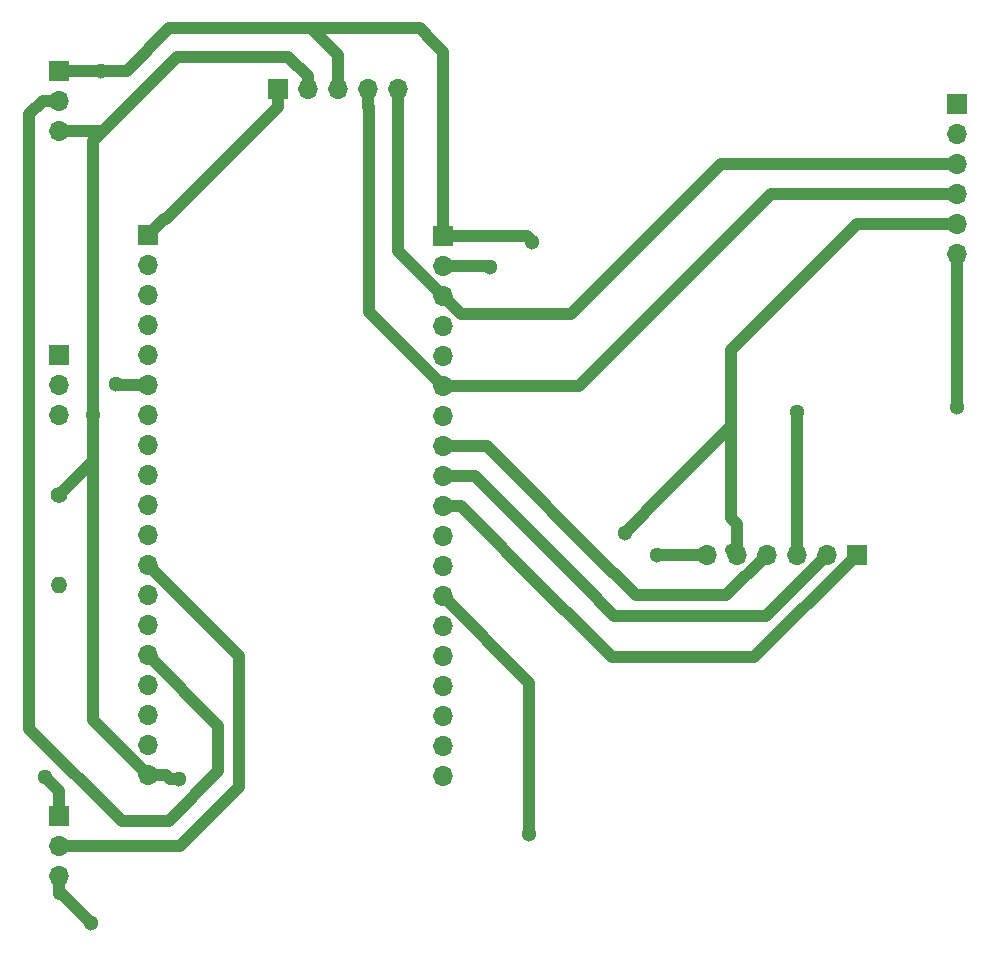
<source format=gbl>
G04 #@! TF.GenerationSoftware,KiCad,Pcbnew,(5.1.12)-1*
G04 #@! TF.CreationDate,2021-12-21T16:45:29+01:00*
G04 #@! TF.ProjectId,pcbV3,70636256-332e-46b6-9963-61645f706362,rev?*
G04 #@! TF.SameCoordinates,Original*
G04 #@! TF.FileFunction,Copper,L2,Bot*
G04 #@! TF.FilePolarity,Positive*
%FSLAX46Y46*%
G04 Gerber Fmt 4.6, Leading zero omitted, Abs format (unit mm)*
G04 Created by KiCad (PCBNEW (5.1.12)-1) date 2021-12-21 16:45:29*
%MOMM*%
%LPD*%
G01*
G04 APERTURE LIST*
G04 #@! TA.AperFunction,ComponentPad*
%ADD10O,1.700000X1.700000*%
G04 #@! TD*
G04 #@! TA.AperFunction,ComponentPad*
%ADD11R,1.700000X1.700000*%
G04 #@! TD*
G04 #@! TA.AperFunction,ComponentPad*
%ADD12C,1.400000*%
G04 #@! TD*
G04 #@! TA.AperFunction,ComponentPad*
%ADD13O,1.400000X1.400000*%
G04 #@! TD*
G04 #@! TA.AperFunction,ViaPad*
%ADD14C,1.300000*%
G04 #@! TD*
G04 #@! TA.AperFunction,Conductor*
%ADD15C,1.000000*%
G04 #@! TD*
G04 APERTURE END LIST*
D10*
X82500000Y-74080000D03*
X82500000Y-71540000D03*
D11*
X82500000Y-69000000D03*
X82500000Y-45000000D03*
D10*
X82500000Y-47540000D03*
X82500000Y-50080000D03*
X90000000Y-104620000D03*
X90000000Y-102080000D03*
X90000000Y-99540000D03*
X90000000Y-97000000D03*
X90000000Y-94460000D03*
X90000000Y-91920000D03*
X90000000Y-89380000D03*
X90000000Y-86840000D03*
X90000000Y-84300000D03*
X90000000Y-81760000D03*
X90000000Y-79220000D03*
X90000000Y-76680000D03*
X90000000Y-74140000D03*
X90000000Y-71600000D03*
X90000000Y-69060000D03*
X90000000Y-66520000D03*
X90000000Y-63980000D03*
X90000000Y-61440000D03*
D11*
X90000000Y-58900000D03*
X101000000Y-46500000D03*
D10*
X103540000Y-46500000D03*
X106080000Y-46500000D03*
X108620000Y-46500000D03*
X111160000Y-46500000D03*
D11*
X115000000Y-59000000D03*
D10*
X115000000Y-61540000D03*
X115000000Y-64080000D03*
X115000000Y-66620000D03*
X115000000Y-69160000D03*
X115000000Y-71700000D03*
X115000000Y-74240000D03*
X115000000Y-76780000D03*
X115000000Y-79320000D03*
X115000000Y-81860000D03*
X115000000Y-84400000D03*
X115000000Y-86940000D03*
X115000000Y-89480000D03*
X115000000Y-92020000D03*
X115000000Y-94560000D03*
X115000000Y-97100000D03*
X115000000Y-99640000D03*
X115000000Y-102180000D03*
X115000000Y-104720000D03*
D11*
X150000000Y-86000000D03*
D10*
X147460000Y-86000000D03*
X144920000Y-86000000D03*
X142380000Y-86000000D03*
X139840000Y-86000000D03*
X137300000Y-86000000D03*
X158500000Y-60500000D03*
X158500000Y-57960000D03*
X158500000Y-55420000D03*
X158500000Y-52880000D03*
X158500000Y-50340000D03*
D11*
X158500000Y-47800000D03*
X82450000Y-108075000D03*
D10*
X82450000Y-110615000D03*
X82450000Y-113155000D03*
D12*
X82450000Y-80925000D03*
D13*
X82450000Y-88545000D03*
D14*
X122300000Y-109600000D03*
X85327500Y-74080000D03*
X92647300Y-104971000D03*
X130350000Y-84100000D03*
X85207200Y-117097100D03*
X133100000Y-86000000D03*
X86030000Y-44970000D03*
X158500000Y-73450000D03*
X122550000Y-59450000D03*
X87253900Y-71504200D03*
X144920000Y-73890000D03*
X118950000Y-61550000D03*
X81264200Y-104757800D03*
D15*
X122300000Y-96780000D02*
X115000000Y-89480000D01*
X122300000Y-109600000D02*
X122300000Y-96780000D01*
X85327500Y-81895500D02*
X85327500Y-99947500D01*
X85327500Y-99947500D02*
X90000000Y-104620000D01*
X82500000Y-50080000D02*
X85327500Y-50080000D01*
X86186400Y-50080000D02*
X85327500Y-50080000D01*
X90000000Y-104620000D02*
X91500300Y-104620000D01*
X91500300Y-104620000D02*
X91851600Y-104971000D01*
X91851600Y-104971000D02*
X92647300Y-104971000D01*
X85327500Y-78047500D02*
X85327500Y-77672500D01*
X82450000Y-80925000D02*
X85327500Y-78047500D01*
X85327500Y-77672500D02*
X85327500Y-81895500D01*
X85327500Y-73518400D02*
X85327500Y-77672500D01*
X85327500Y-73518400D02*
X85327500Y-50938900D01*
X86395700Y-49870700D02*
X86186400Y-50080000D01*
X85327500Y-50938900D02*
X86395700Y-49870700D01*
X91266700Y-44999700D02*
X86395700Y-49870700D01*
X103540000Y-46500000D02*
X103540000Y-45415000D01*
X103540000Y-45415000D02*
X101900000Y-43775000D01*
X92491400Y-43775000D02*
X91266700Y-44999700D01*
X101900000Y-43775000D02*
X92491400Y-43775000D01*
X139382000Y-85542000D02*
X139840000Y-86000000D01*
X82450000Y-113155000D02*
X82450000Y-114655300D01*
X85207200Y-117097100D02*
X82765400Y-114655300D01*
X82765400Y-114655300D02*
X82450000Y-114655300D01*
X137300000Y-86000000D02*
X134905000Y-86000000D01*
X106080000Y-46500000D02*
X106197000Y-46383200D01*
X122100000Y-59000000D02*
X122550000Y-59450000D01*
X115000000Y-59000000D02*
X122100000Y-59000000D01*
X133818000Y-80632000D02*
X130350000Y-84100000D01*
X134905000Y-86000000D02*
X133100000Y-86000000D01*
X86000000Y-45000000D02*
X86030000Y-44970000D01*
X82500000Y-45000000D02*
X86000000Y-45000000D01*
X133818000Y-80622000D02*
X139382000Y-75058000D01*
X133818000Y-80632000D02*
X133818000Y-80622000D01*
X158500000Y-73450000D02*
X158500000Y-60500000D01*
X150040000Y-57960000D02*
X158500000Y-57960000D01*
X139382000Y-68618000D02*
X150040000Y-57960000D01*
X139382000Y-75058000D02*
X139382000Y-68618000D01*
X88205900Y-44970000D02*
X86030000Y-44970000D01*
X91815900Y-41360000D02*
X88205900Y-44970000D01*
X114175000Y-42505000D02*
X113030000Y-41360000D01*
X115000000Y-43350000D02*
X114175000Y-42525000D01*
X114175000Y-42525000D02*
X114175000Y-42505000D01*
X115000000Y-59000000D02*
X115000000Y-43350000D01*
X106080000Y-43650000D02*
X103790000Y-41360000D01*
X106080000Y-46500000D02*
X106080000Y-43650000D01*
X103790000Y-41360000D02*
X91815900Y-41360000D01*
X113030000Y-41360000D02*
X103790000Y-41360000D01*
X139840000Y-83315000D02*
X139840000Y-86000000D01*
X139382000Y-82857000D02*
X139840000Y-83315000D01*
X139382000Y-75058000D02*
X139382000Y-82857000D01*
X90000000Y-71600000D02*
X87349700Y-71600000D01*
X87349700Y-71600000D02*
X87253900Y-71504200D01*
X81100000Y-47540000D02*
X82500000Y-47540000D01*
X79971800Y-100671800D02*
X79971800Y-48668200D01*
X87800000Y-108500000D02*
X79971800Y-100671800D01*
X91750000Y-108500000D02*
X87800000Y-108500000D01*
X95950000Y-104300000D02*
X91750000Y-108500000D01*
X95950000Y-100410000D02*
X95950000Y-104300000D01*
X79971800Y-48668200D02*
X81100000Y-47540000D01*
X90000000Y-94460000D02*
X95950000Y-100410000D01*
X101000000Y-46500000D02*
X101000000Y-48000300D01*
X101000000Y-48000300D02*
X91500300Y-57500000D01*
X91400000Y-57500000D02*
X90000000Y-58900000D01*
X91500300Y-57500000D02*
X91400000Y-57500000D01*
X115000000Y-71700000D02*
X108682000Y-65382200D01*
X108682000Y-65382200D02*
X108682000Y-48062500D01*
X108682000Y-48062500D02*
X108620000Y-48000300D01*
X108620000Y-48000300D02*
X108620000Y-46500000D01*
X142780000Y-55420000D02*
X158500000Y-55420000D01*
X126500000Y-71700000D02*
X142780000Y-55420000D01*
X115000000Y-71700000D02*
X126500000Y-71700000D01*
X115000000Y-64080000D02*
X111160000Y-60240000D01*
X111160000Y-60240000D02*
X111160000Y-46500000D01*
X138520000Y-52880000D02*
X158500000Y-52880000D01*
X125819999Y-65580001D02*
X138520000Y-52880000D01*
X116500001Y-65580001D02*
X125819999Y-65580001D01*
X115000000Y-64080000D02*
X116500001Y-65580001D01*
X144920000Y-86000000D02*
X144920000Y-84499700D01*
X118940000Y-61540000D02*
X118950000Y-61550000D01*
X115000000Y-61540000D02*
X118940000Y-61540000D01*
X144920000Y-84499700D02*
X144920000Y-73890000D01*
X129413000Y-87504900D02*
X118688000Y-76780000D01*
X118688000Y-76780000D02*
X115000000Y-76780000D01*
X129413000Y-87504900D02*
X129454900Y-87504900D01*
X129454900Y-87504900D02*
X131350000Y-89400000D01*
X138980000Y-89400000D02*
X142380000Y-86000000D01*
X131350000Y-89400000D02*
X138980000Y-89400000D01*
X126819000Y-88420600D02*
X117719000Y-79320000D01*
X117719000Y-79320000D02*
X115000000Y-79320000D01*
X126819000Y-88420600D02*
X129498400Y-91100000D01*
X142360000Y-91100000D02*
X147460000Y-86000000D01*
X129498400Y-91100000D02*
X142360000Y-91100000D01*
X123978000Y-89337400D02*
X116500000Y-81860000D01*
X116500000Y-81860000D02*
X115000000Y-81860000D01*
X126640610Y-92000010D02*
X126650010Y-92000010D01*
X123978000Y-89337400D02*
X126640610Y-92000010D01*
X126650010Y-92000010D02*
X129300000Y-94650000D01*
X141350000Y-94650000D02*
X150000000Y-86000000D01*
X129300000Y-94650000D02*
X141350000Y-94650000D01*
X97700000Y-94540000D02*
X94645600Y-91485600D01*
X97700000Y-105650000D02*
X97700000Y-94540000D01*
X92735000Y-110615000D02*
X97700000Y-105650000D01*
X94645600Y-91485600D02*
X90000000Y-86840000D01*
X82450000Y-110615000D02*
X92735000Y-110615000D01*
X81264200Y-104757800D02*
X82450000Y-105943600D01*
X82450000Y-105943600D02*
X82450000Y-108075000D01*
M02*

</source>
